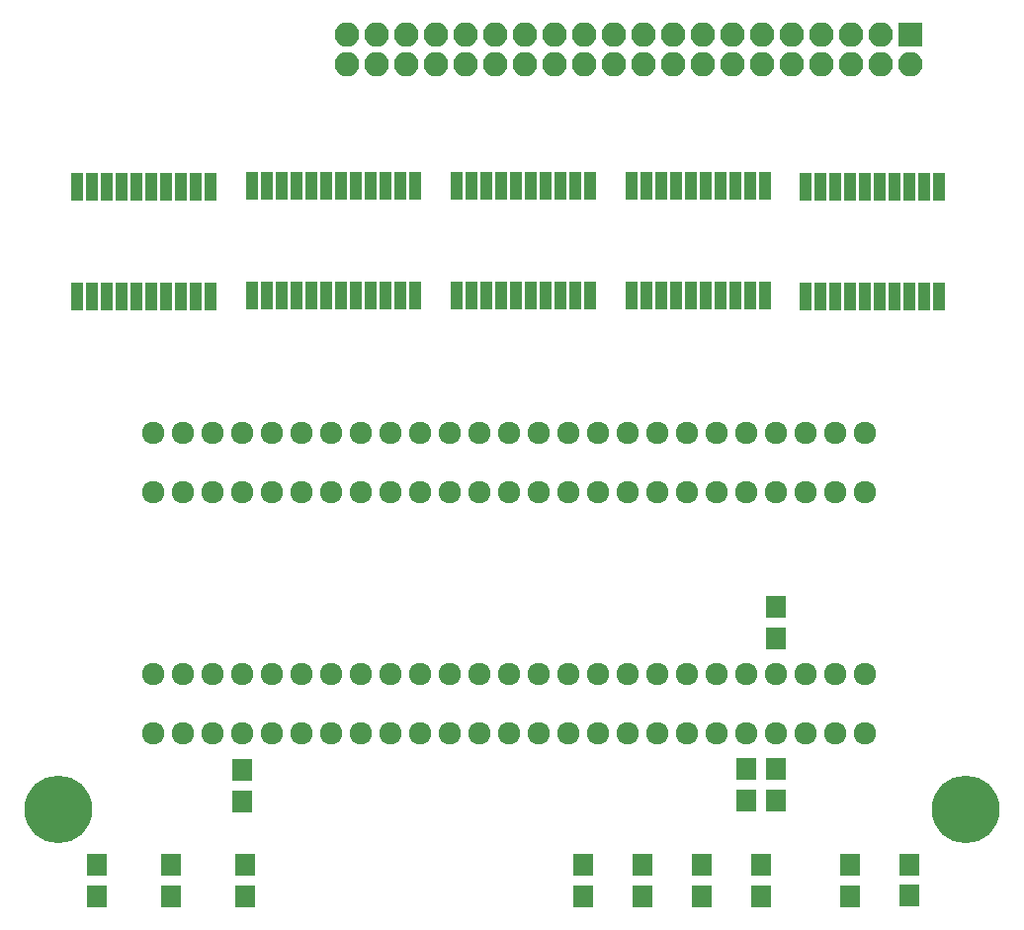
<source format=gbr>
G04 #@! TF.FileFunction,Soldermask,Bot*
%FSLAX46Y46*%
G04 Gerber Fmt 4.6, Leading zero omitted, Abs format (unit mm)*
G04 Created by KiCad (PCBNEW 4.0.7) date 06/27/18 09:39:12*
%MOMM*%
%LPD*%
G01*
G04 APERTURE LIST*
%ADD10C,0.100000*%
%ADD11C,5.800000*%
%ADD12C,1.924000*%
%ADD13R,1.700000X1.900000*%
%ADD14R,2.100000X2.100000*%
%ADD15O,2.100000X2.100000*%
%ADD16R,1.000000X2.350000*%
%ADD17R,1.000000X2.400000*%
G04 APERTURE END LIST*
D10*
D11*
X210312000Y-122174000D03*
X132588000Y-122174000D03*
D12*
X201676000Y-110561000D03*
X201676000Y-115641000D03*
X199136000Y-110561000D03*
X199136000Y-115641000D03*
X196596000Y-110561000D03*
X196596000Y-115641000D03*
X194056000Y-110561000D03*
X194056000Y-115641000D03*
X191516000Y-110561000D03*
X191516000Y-115641000D03*
X188976000Y-110561000D03*
X188976000Y-115641000D03*
X186436000Y-110561000D03*
X186436000Y-115641000D03*
X183896000Y-110561000D03*
X183896000Y-115641000D03*
X181356000Y-110561000D03*
X181356000Y-115641000D03*
X178816000Y-110561000D03*
X178816000Y-115641000D03*
X176276000Y-110561000D03*
X176276000Y-115641000D03*
X173736000Y-110561000D03*
X173736000Y-115641000D03*
X171196000Y-110561000D03*
X171196000Y-115641000D03*
X168656000Y-110561000D03*
X168656000Y-115641000D03*
X166116000Y-110561000D03*
X166116000Y-115641000D03*
X163576000Y-110561000D03*
X163576000Y-115641000D03*
X161036000Y-110561000D03*
X161036000Y-115641000D03*
X158496000Y-110561000D03*
X158496000Y-115641000D03*
X155956000Y-110561000D03*
X155956000Y-115641000D03*
X153416000Y-110561000D03*
X153416000Y-115641000D03*
X150876000Y-110561000D03*
X150876000Y-115641000D03*
X148336000Y-110561000D03*
X148336000Y-115641000D03*
X145796000Y-110561000D03*
X145796000Y-115641000D03*
X143256000Y-110561000D03*
X143256000Y-115641000D03*
X140716000Y-110561000D03*
X140716000Y-115641000D03*
X201676000Y-89916000D03*
X201676000Y-94996000D03*
X199136000Y-89916000D03*
X199136000Y-94996000D03*
X196596000Y-89916000D03*
X196596000Y-94996000D03*
X194056000Y-89916000D03*
X194056000Y-94996000D03*
X191516000Y-89916000D03*
X191516000Y-94996000D03*
X188976000Y-89916000D03*
X188976000Y-94996000D03*
X186436000Y-89916000D03*
X186436000Y-94996000D03*
X183896000Y-89916000D03*
X183896000Y-94996000D03*
X181356000Y-89916000D03*
X181356000Y-94996000D03*
X178816000Y-89916000D03*
X178816000Y-94996000D03*
X176276000Y-89916000D03*
X176276000Y-94996000D03*
X173736000Y-89916000D03*
X173736000Y-94996000D03*
X171196000Y-89916000D03*
X171196000Y-94996000D03*
X168656000Y-89916000D03*
X168656000Y-94996000D03*
X166116000Y-89916000D03*
X166116000Y-94996000D03*
X163576000Y-89916000D03*
X163576000Y-94996000D03*
X161036000Y-89916000D03*
X161036000Y-94996000D03*
X158496000Y-89916000D03*
X158496000Y-94996000D03*
X155956000Y-89916000D03*
X155956000Y-94996000D03*
X153416000Y-89916000D03*
X153416000Y-94996000D03*
X150876000Y-89916000D03*
X150876000Y-94996000D03*
X148336000Y-89916000D03*
X148336000Y-94996000D03*
X145796000Y-89916000D03*
X145796000Y-94996000D03*
X143256000Y-89916000D03*
X143256000Y-94996000D03*
X140716000Y-89916000D03*
X140716000Y-94996000D03*
D13*
X205486000Y-129540000D03*
X205486000Y-126840000D03*
X200406000Y-129620000D03*
X200406000Y-126920000D03*
X192786000Y-129620000D03*
X192786000Y-126920000D03*
X187706000Y-129620000D03*
X187706000Y-126920000D03*
X182626000Y-129620000D03*
X182626000Y-126920000D03*
X177546000Y-129620000D03*
X177546000Y-126920000D03*
X148590000Y-129620000D03*
X148590000Y-126920000D03*
X142240000Y-129620000D03*
X142240000Y-126920000D03*
X135890000Y-129620000D03*
X135890000Y-126920000D03*
D14*
X205572000Y-55727600D03*
D15*
X205572000Y-58267600D03*
X203032000Y-55727600D03*
X203032000Y-58267600D03*
X200492000Y-55727600D03*
X200492000Y-58267600D03*
X197952000Y-55727600D03*
X197952000Y-58267600D03*
X195412000Y-55727600D03*
X195412000Y-58267600D03*
X192872000Y-55727600D03*
X192872000Y-58267600D03*
X190332000Y-55727600D03*
X190332000Y-58267600D03*
X187792000Y-55727600D03*
X187792000Y-58267600D03*
X185252000Y-55727600D03*
X185252000Y-58267600D03*
X182712000Y-55727600D03*
X182712000Y-58267600D03*
X180172000Y-55727600D03*
X180172000Y-58267600D03*
X177632000Y-55727600D03*
X177632000Y-58267600D03*
X175092000Y-55727600D03*
X175092000Y-58267600D03*
X172552000Y-55727600D03*
X172552000Y-58267600D03*
X170012000Y-55727600D03*
X170012000Y-58267600D03*
X167472000Y-55727600D03*
X167472000Y-58267600D03*
X164932000Y-55727600D03*
X164932000Y-58267600D03*
X162392000Y-55727600D03*
X162392000Y-58267600D03*
X159852000Y-55727600D03*
X159852000Y-58267600D03*
X157312000Y-55727600D03*
X157312000Y-58267600D03*
D13*
X148336000Y-118792000D03*
X148336000Y-121492000D03*
X194056000Y-118665000D03*
X194056000Y-121365000D03*
X194056000Y-104822000D03*
X194056000Y-107522000D03*
X191516000Y-118665000D03*
X191516000Y-121365000D03*
D16*
X134188000Y-68807600D03*
X135458000Y-68807600D03*
X136728000Y-68807600D03*
X137998000Y-68807600D03*
X139268000Y-68807600D03*
X140538000Y-68807600D03*
X141808000Y-68807600D03*
X143078000Y-68807600D03*
X144348000Y-68807600D03*
X145618000Y-68807600D03*
X145618000Y-78207600D03*
X144348000Y-78207600D03*
X143078000Y-78207600D03*
X141808000Y-78207600D03*
X140538000Y-78207600D03*
X139268000Y-78207600D03*
X137998000Y-78207600D03*
X136728000Y-78207600D03*
X135458000Y-78207600D03*
X134188000Y-78207600D03*
X166751000Y-68705000D03*
X168021000Y-68705000D03*
X169291000Y-68705000D03*
X170561000Y-68705000D03*
X171831000Y-68705000D03*
X173101000Y-68705000D03*
X174371000Y-68705000D03*
X175641000Y-68705000D03*
X176911000Y-68705000D03*
X178181000Y-68705000D03*
X178181000Y-78105000D03*
X176911000Y-78105000D03*
X175641000Y-78105000D03*
X174371000Y-78105000D03*
X173101000Y-78105000D03*
X171831000Y-78105000D03*
X170561000Y-78105000D03*
X169291000Y-78105000D03*
X168021000Y-78105000D03*
X166751000Y-78105000D03*
X181737000Y-68705000D03*
X183007000Y-68705000D03*
X184277000Y-68705000D03*
X185547000Y-68705000D03*
X186817000Y-68705000D03*
X188087000Y-68705000D03*
X189357000Y-68705000D03*
X190627000Y-68705000D03*
X191897000Y-68705000D03*
X193167000Y-68705000D03*
X193167000Y-78105000D03*
X191897000Y-78105000D03*
X190627000Y-78105000D03*
X189357000Y-78105000D03*
X188087000Y-78105000D03*
X186817000Y-78105000D03*
X185547000Y-78105000D03*
X184277000Y-78105000D03*
X183007000Y-78105000D03*
X181737000Y-78105000D03*
X196596000Y-68832000D03*
X197866000Y-68832000D03*
X199136000Y-68832000D03*
X200406000Y-68832000D03*
X201676000Y-68832000D03*
X202946000Y-68832000D03*
X204216000Y-68832000D03*
X205486000Y-68832000D03*
X206756000Y-68832000D03*
X208026000Y-68832000D03*
X208026000Y-78232000D03*
X206756000Y-78232000D03*
X205486000Y-78232000D03*
X204216000Y-78232000D03*
X202946000Y-78232000D03*
X201676000Y-78232000D03*
X200406000Y-78232000D03*
X199136000Y-78232000D03*
X197866000Y-78232000D03*
X196596000Y-78232000D03*
D17*
X163119000Y-78131400D03*
X161849000Y-78131400D03*
X160579000Y-78131400D03*
X159309000Y-78131400D03*
X158039000Y-78131400D03*
X156769000Y-78131400D03*
X155499000Y-78131400D03*
X154229000Y-78131400D03*
X152959000Y-78131400D03*
X151689000Y-78131400D03*
X150419000Y-78131400D03*
X149149000Y-78131400D03*
X149149000Y-68731400D03*
X150419000Y-68731400D03*
X151689000Y-68731400D03*
X152959000Y-68731400D03*
X154229000Y-68731400D03*
X155499000Y-68731400D03*
X156769000Y-68731400D03*
X158039000Y-68731400D03*
X159309000Y-68731400D03*
X160579000Y-68731400D03*
X161849000Y-68731400D03*
X163119000Y-68731400D03*
M02*

</source>
